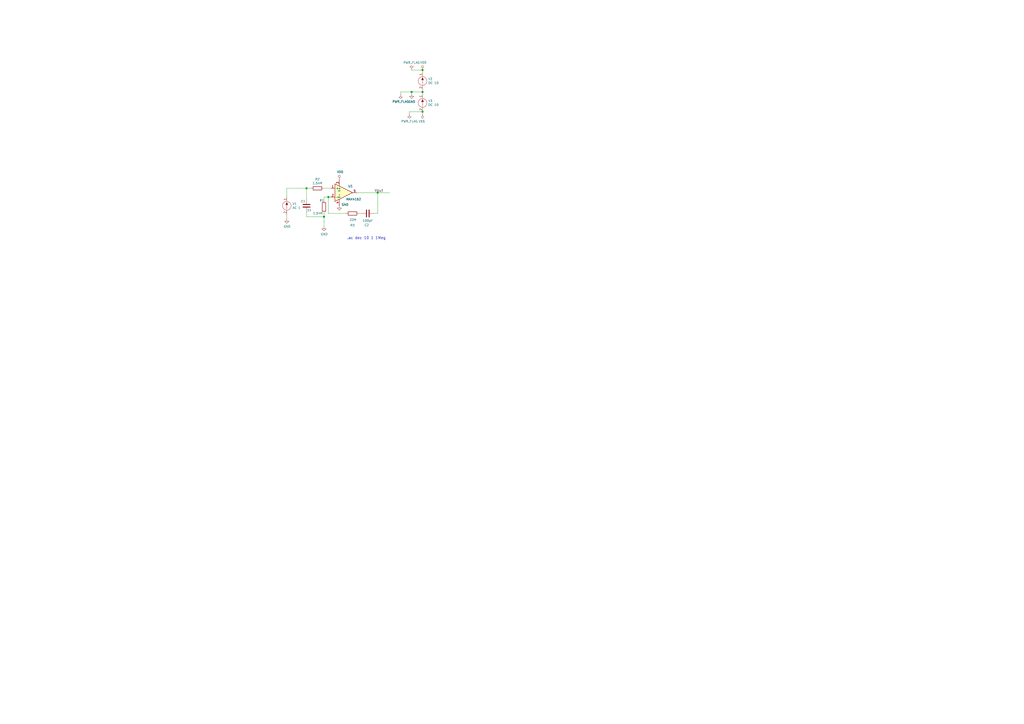
<source format=kicad_sch>
(kicad_sch (version 20210126) (generator eeschema)
  (paper "A2")
  (lib_symbols
    (symbol "Device:C" (pin_numbers hide) (pin_names (offset 0.254))
      (property "Reference" "C" (at 0.635 2.54 0))
      (property "Value" "C" (at 0.635 -2.54 0))
      (symbol "C_0_1"
        (polyline (pts (xy -2.032 -0.762) (xy 2.032 -0.762)) (stroke (width 0.508)))
        (polyline (pts (xy -2.032 0.762) (xy 2.032 0.762)) (stroke (width 0.508)))
      )
      (symbol "C_1_1"
        (pin passive line (at 0 3.81 270) (length 2.794) (name "~") (number "1"))
        (pin passive line (at 0 -3.81 90) (length 2.794) (name "~") (number "2"))
      )
    )
    (symbol "Device:R" (pin_numbers hide) (pin_names (offset 0))
      (property "Reference" "R" (at 2.032 0 90))
      (property "Value" "R" (at 0 0 90))
      (symbol "R_0_1"
        (rectangle (start -1.016 -2.54) (end 1.016 2.54) (stroke (width 0.254)))
      )
      (symbol "R_1_1"
        (pin passive line (at 0 3.81 270) (length 1.27) (name "~") (number "1"))
        (pin passive line (at 0 -3.81 90) (length 1.27) (name "~") (number "2"))
      )
    )
    (symbol "power:GND" (power) (pin_names (offset 0))
      (property "Value" "GND" (at 0 -3.81 0))
      (symbol "GND_0_1"
        (polyline (pts (xy 0 0) (xy 0 -1.27) (xy 1.27 -1.27) (xy 0 -2.54) (xy -1.27 -1.27) (xy 0 -1.27)))
      )
      (symbol "GND_1_1"
        (pin power_in line (at 0 0 270) (length 0) hide (name "GND") (number "1"))
      )
    )
    (symbol "power:PWR_FLAG" (power) (pin_numbers hide) (pin_names (offset 0) hide)
      (property "Value" "PWR_FLAG" (at 0 3.81 0))
      (symbol "PWR_FLAG_0_0"
        (pin power_out line (at 0 0 90) (length 0) (name "pwr") (number "1"))
      )
      (symbol "PWR_FLAG_0_1"
        (polyline (pts (xy 0 0) (xy 0 1.27) (xy -1.016 1.905) (xy 0 2.54) (xy 1.016 1.905) (xy 0 1.27)))
      )
    )
    (symbol "sallen_key_schlib:C" (pin_numbers hide) (pin_names (offset 0.254))
      (property "Reference" "C" (at 0.635 2.54 0))
      (property "Value" "C" (at 0.635 -2.54 0))
      (symbol "C_0_1"
        (polyline (pts (xy -2.032 -0.762) (xy 2.032 -0.762)) (stroke (width 0.508)))
        (polyline (pts (xy -2.032 0.762) (xy 2.032 0.762)) (stroke (width 0.508)))
      )
      (symbol "C_1_1"
        (pin passive line (at 0 3.81 270) (length 2.794) (name "~") (number "1"))
        (pin passive line (at 0 -3.81 90) (length 2.794) (name "~") (number "2"))
      )
    )
    (symbol "sallen_key_schlib:GND" (power) (pin_names (offset 0))
      (property "Value" "GND" (at 0 -3.81 0))
      (symbol "GND_0_1"
        (polyline (pts (xy 0 0) (xy 0 -1.27) (xy 1.27 -1.27) (xy 0 -2.54) (xy -1.27 -1.27) (xy 0 -1.27)))
      )
      (symbol "GND_1_1"
        (pin power_in line (at 0 0 270) (length 0) hide (name "GND") (number "1"))
      )
    )
    (symbol "sallen_key_schlib:Generic_Opamp"
      (property "Reference" "U" (at 0 6.35 0))
      (property "Value" "Generic_Opamp" (at 0 3.81 0))
      (symbol "Generic_Opamp_0_1"
        (polyline (pts (xy -5.08 5.08) (xy 5.08 0) (xy -5.08 -5.08) (xy -5.08 5.08)) (stroke (width 0.254)) (fill (type background)))
      )
      (symbol "Generic_Opamp_1_1"
        (pin input line (at -7.62 2.54 0) (length 2.54) (name "+") (number "1"))
        (pin input line (at -7.62 -2.54 0) (length 2.54) (name "-") (number "2"))
        (pin power_in line (at -2.54 7.62 270) (length 3.81) (name "V+") (number "3"))
        (pin power_in line (at -2.54 -7.62 90) (length 3.81) (name "V-") (number "4"))
        (pin output line (at 7.62 0 180) (length 2.54) (name "~") (number "5"))
      )
    )
    (symbol "sallen_key_schlib:R" (pin_numbers hide) (pin_names (offset 0))
      (property "Reference" "R" (at 2.032 0 90))
      (property "Value" "R" (at 0 0 90))
      (symbol "R_0_1"
        (rectangle (start -1.016 -2.54) (end 1.016 2.54) (stroke (width 0.254)))
      )
      (symbol "R_1_1"
        (pin passive line (at 0 3.81 270) (length 1.27) (name "~") (number "1"))
        (pin passive line (at 0 -3.81 90) (length 1.27) (name "~") (number "2"))
      )
    )
    (symbol "sallen_key_schlib:VDD" (power) (pin_names (offset 0))
      (property "Value" "VDD" (at 0 3.81 0))
      (symbol "VDD_0_1"
        (circle (center 0 1.905) (radius 0.635))
        (polyline (pts (xy 0 0) (xy 0 1.27)))
      )
      (symbol "VDD_1_1"
        (pin power_in line (at 0 0 90) (length 0) hide (name "VDD") (number "1"))
      )
    )
    (symbol "sallen_key_schlib:VSOURCE" (pin_names (offset 1.016))
      (property "Reference" "V" (at 5.08 5.08 0))
      (symbol "VSOURCE_0_1"
        (circle (center 0 0) (radius 2.54))
        (polyline (pts (xy 0 -1.905) (xy 0 1.905)))
        (polyline (pts (xy 0 1.905) (xy -0.635 0.635) (xy 0.635 0.635) (xy 0 1.905)) (fill (type outline)))
      )
      (symbol "VSOURCE_1_1"
        (pin input line (at 0 5.08 270) (length 2.54) (name "~") (number "1"))
        (pin input line (at 0 -5.08 90) (length 2.54) (name "~") (number "2"))
      )
    )
    (symbol "sallen_key_schlib:VSS" (power) (pin_names (offset 0))
      (property "Value" "VSS" (at 0 3.81 0))
      (symbol "VSS_0_1"
        (circle (center 0 1.905) (radius 0.635))
        (polyline (pts (xy 0 0) (xy 0 1.27)))
      )
      (symbol "VSS_1_1"
        (pin power_in line (at 0 0 90) (length 0) hide (name "VSS") (number "1"))
      )
    )
  )
  (junction (at 177.8 109.22) (diameter 1.016))
  (junction (at 187.96 125.73) (diameter 1.016))
  (junction (at 190.5 114.3) (diameter 1.016))
  (junction (at 219.075 111.76) (diameter 1.016))
  (junction (at 238.76 53.34) (diameter 1.016))
  (junction (at 245.11 40.64) (diameter 1.016))
  (junction (at 245.11 53.34) (diameter 1.016))
  (junction (at 245.11 64.77) (diameter 1.016))
  (wire (pts (xy 166.37 109.22) (xy 166.37 114.3)))
  (wire (pts (xy 166.37 109.22) (xy 177.8 109.22)))
  (wire (pts (xy 166.37 124.46) (xy 166.37 127)))
  (wire (pts (xy 177.8 109.22) (xy 177.8 115.57)))
  (wire (pts (xy 177.8 109.22) (xy 180.34 109.22)))
  (wire (pts (xy 177.8 125.73) (xy 177.8 123.19)))
  (wire (pts (xy 177.8 125.73) (xy 187.96 125.73)))
  (wire (pts (xy 187.96 109.22) (xy 191.77 109.22)))
  (wire (pts (xy 187.96 114.3) (xy 187.96 116.205)))
  (wire (pts (xy 187.96 114.3) (xy 190.5 114.3)))
  (wire (pts (xy 187.96 123.825) (xy 187.96 125.73)))
  (wire (pts (xy 187.96 131.445) (xy 187.96 125.73)))
  (wire (pts (xy 190.5 114.3) (xy 191.77 114.3)))
  (wire (pts (xy 190.5 123.825) (xy 190.5 114.3)))
  (wire (pts (xy 200.66 123.825) (xy 190.5 123.825)))
  (wire (pts (xy 207.01 111.76) (xy 219.075 111.76)))
  (wire (pts (xy 208.28 123.825) (xy 209.55 123.825)))
  (wire (pts (xy 217.17 123.825) (xy 219.075 123.825)))
  (wire (pts (xy 219.075 111.76) (xy 226.06 111.76)))
  (wire (pts (xy 219.075 123.825) (xy 219.075 111.76)))
  (wire (pts (xy 232.41 53.34) (xy 232.41 54.61)))
  (wire (pts (xy 232.41 53.34) (xy 238.76 53.34)))
  (wire (pts (xy 237.49 64.77) (xy 237.49 66.04)))
  (wire (pts (xy 238.76 40.64) (xy 245.11 40.64)))
  (wire (pts (xy 238.76 53.34) (xy 238.76 54.61)))
  (wire (pts (xy 238.76 53.34) (xy 245.11 53.34)))
  (wire (pts (xy 245.11 40.64) (xy 245.11 41.91)))
  (wire (pts (xy 245.11 52.07) (xy 245.11 53.34)))
  (wire (pts (xy 245.11 53.34) (xy 245.11 54.61)))
  (wire (pts (xy 245.11 64.77) (xy 237.49 64.77)))
  (wire (pts (xy 245.11 66.04) (xy 245.11 64.77)))
  (text ".ac dec 10 1 1Meg\n" (at 201.295 139.065 0) (effects (font (size 1.524 1.524)) (justify left bottom)))
  (label "Vout" (at 217.17 111.76 0) (effects (font (size 1.524 1.524))))
  (symbol (lib_id "sallen_key_schlib:VDD") (at 196.85 104.14 0) (unit 1)
    (property "Reference" "#PWR03" (effects hide))
    (property "Value" "VDD" (at 197.2818 99.7458 0))
  )
  (symbol (lib_id "sallen_key_schlib:VDD") (at 245.11 40.64 0) (unit 1)
    (property "Reference" "#PWR06" (effects hide))
    (property "Value" "VDD" (at 245.5418 36.2458 0))
  )
  (symbol (lib_id "sallen_key_schlib:VSS") (at 245.11 66.04 180) (unit 1)
    (property "Reference" "#PWR07" (effects hide))
    (property "Value" "VSS" (at 244.6528 70.4342 0))
  )
  (symbol (lib_id "power:PWR_FLAG") (at 232.41 54.61 180) (unit 1)
    (property "Reference" "#FLG0102" (effects hide))
    (property "Value" "PWR_FLAG" (at 232.41 58.9344 0))
  )
  (symbol (lib_id "power:PWR_FLAG") (at 237.49 66.04 180) (unit 1)
    (property "Reference" "#FLG0101" (effects hide))
    (property "Value" "PWR_FLAG" (at 237.49 70.3644 0))
  )
  (symbol (lib_id "power:PWR_FLAG") (at 238.76 40.64 0) (unit 1)
    (property "Reference" "#FLG0103" (effects hide))
    (property "Value" "PWR_FLAG" (at 238.76 36.3156 0))
  )
  (symbol (lib_id "sallen_key_schlib:GND") (at 166.37 127 0) (unit 1)
    (property "Reference" "#PWR0101" (effects hide))
    (property "Value" "GND" (at 166.497 131.3942 0))
  )
  (symbol (lib_id "power:GND") (at 187.96 131.445 0) (unit 1)
    (property "Reference" "#PWR01" (effects hide))
    (property "Value" "GND" (at 188.087 135.8392 0))
  )
  (symbol (lib_id "power:GND") (at 196.85 119.38 0) (unit 1)
    (property "Reference" "#PWR02" (effects hide))
    (property "Value" "GND" (at 200.152 118.6942 0))
  )
  (symbol (lib_id "sallen_key_schlib:GND") (at 238.76 54.61 0) (unit 1)
    (property "Reference" "#PWR05" (effects hide))
    (property "Value" "GND" (at 238.887 59.0042 0))
  )
  (symbol (lib_id "sallen_key_schlib:R") (at 184.15 109.22 270) (unit 1)
    (property "Reference" "R2" (at 184.15 103.9622 90))
    (property "Value" "1.54M" (at 184.15 106.2736 90))
    (property "Fieldname" "Value" (effects hide))
    (property "SpiceMapping" "1 2" (effects hide))
    (property "Spice_Primitive" "R" (effects hide))
  )
  (symbol (lib_id "Device:R") (at 187.96 120.015 0) (unit 1)
    (property "Reference" "R1" (at 185.293 116.307 0) (effects (justify left)))
    (property "Value" "1.54M" (at 181.483 123.698 0) (effects (justify left)))
    (property "Footprint" "Resistor_SMD:R_0805_2012Metric" (effects hide))
    (property "Datasheet" "https://www.digikey.com/en/products/detail/yageo/RC0805FR-071M54L/727500" (effects hide))
    (property "Digikey" "311-1.54MCRCT-ND" (effects hide))
  )
  (symbol (lib_id "Device:R") (at 204.47 123.825 270) (unit 1)
    (property "Reference" "R3" (at 203.098 130.683 90) (effects (justify left)))
    (property "Value" "22M" (at 202.692 127.508 90) (effects (justify left)))
    (property "Footprint" "Resistor_SMD:R_0805_2012Metric" (effects hide))
    (property "Datasheet" "https://www.digikey.com/en/products/detail/stackpole-electronics-inc/RMCF0805FT22M0/6053747" (effects hide))
  )
  (symbol (lib_id "sallen_key_schlib:C") (at 177.8 119.38 0) (unit 1)
    (property "Reference" "C1" (at 175.8442 116.84 0))
    (property "Value" "1n" (at 179.4256 121.92 0))
  )
  (symbol (lib_id "Device:C") (at 213.36 123.825 270) (unit 1)
    (property "Reference" "C2" (at 211.353 130.556 90) (effects (justify left)))
    (property "Value" "100pF" (at 210.312 128.016 90) (effects (justify left)))
    (property "Footprint" "Capacitor_SMD:C_0805_2012Metric" (effects hide))
    (property "Datasheet" "https://www.digikey.com/en/products/detail/samsung-electro-mechanics/CL21C101JCANNNC/3886919" (effects hide))
  )
  (symbol (lib_id "sallen_key_schlib:VSOURCE") (at 166.37 119.38 0) (unit 1)
    (property "Reference" "V1" (at 169.6212 118.2116 0) (effects (justify left)))
    (property "Value" "AC 1" (at 169.6212 120.523 0) (effects (justify left)))
  )
  (symbol (lib_id "sallen_key_schlib:VSOURCE") (at 245.11 46.99 0) (unit 1)
    (property "Reference" "V2" (at 248.3612 45.8216 0) (effects (justify left)))
    (property "Value" "DC 10" (at 248.3612 48.133 0) (effects (justify left)))
    (property "Fieldname" "Value" (effects hide))
    (property "Spice_Primitive" "V" (effects hide))
    (property "Spice_Node_Sequence" "1 2" (effects hide))
  )
  (symbol (lib_id "sallen_key_schlib:VSOURCE") (at 245.11 59.69 0) (unit 1)
    (property "Reference" "V3" (at 248.3612 58.5216 0) (effects (justify left)))
    (property "Value" "DC 10" (at 248.3612 60.833 0) (effects (justify left)))
    (property "Fieldname" "Value" (effects hide))
    (property "Spice_Primitive" "V" (effects hide))
    (property "Spice_Node_Sequence" "1 2" (effects hide))
  )
  (symbol (lib_id "sallen_key_schlib:Generic_Opamp") (at 199.39 111.76 0) (unit 1)
    (property "Reference" "U1" (at 201.93 107.95 0) (effects (justify left)))
    (property "Value" "MAX4162" (at 200.66 115.57 0) (effects (justify left)))
    (property "Spice_Primitive" "X" (effects hide))
    (property "Spice_Model" "AD8051" (effects hide))
    (property "Spice_Lib_File" "ad8051.lib" (effects hide))
    (property "Spice_Netlist_Enabled" "Y" (effects hide))
  )
)
</source>
